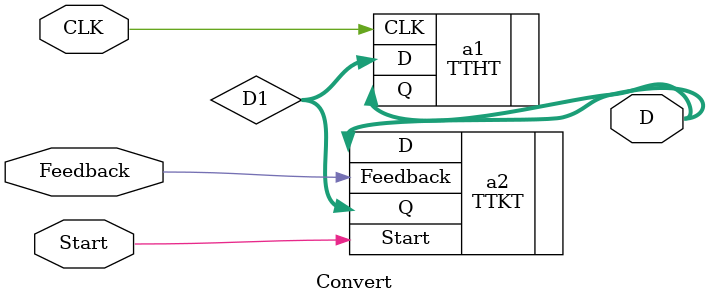
<source format=v>
module Convert(Start,Feedback,CLK,D);
  input wire Start,Feedback,CLK;
  output wire [1:0]D;
  
  wire [1:0]D1;
  
  
  TTKT a2(.Start(Start),.Feedback(Feedback),.Q(D1),.D(D));
  TTHT a1(.CLK(CLK),.Q(D),.D(D1));
  
  
endmodule
  

</source>
